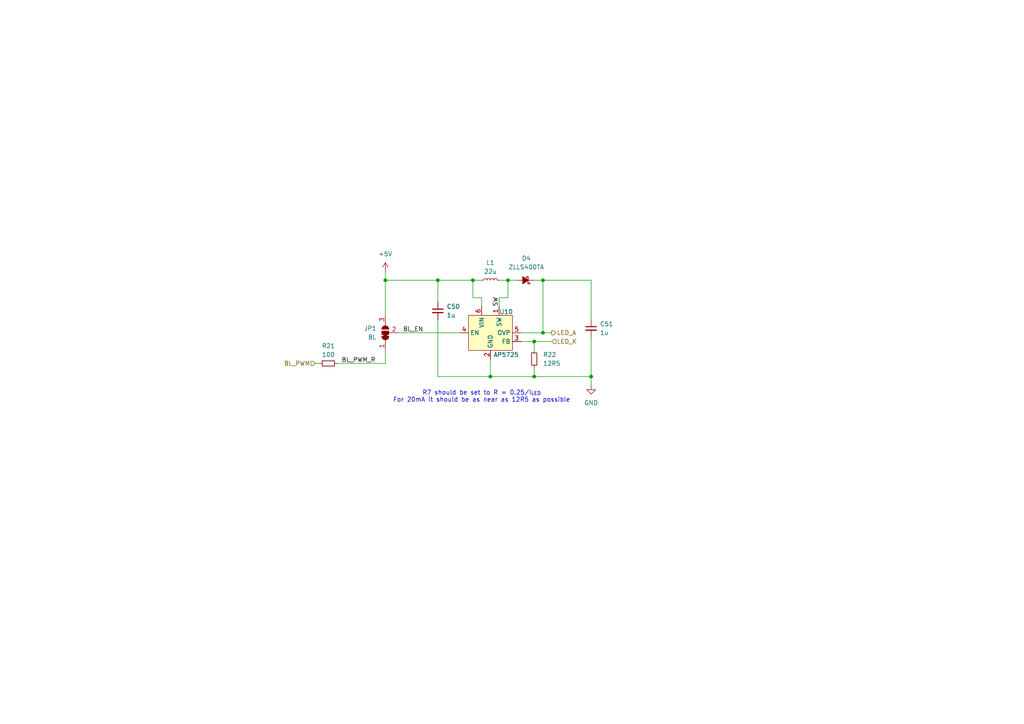
<source format=kicad_sch>
(kicad_sch
	(version 20231120)
	(generator "eeschema")
	(generator_version "8.0")
	(uuid "63e3a659-9768-4c77-aa23-9d87da9e7063")
	(paper "A4")
	(title_block
		(title "Backlight Driver")
		(date "2024-03-11")
		(rev "1")
		(company "https://github.com/Cuprum77")
	)
	(lib_symbols
		(symbol "AP5725:AP5725"
			(exclude_from_sim no)
			(in_bom yes)
			(on_board yes)
			(property "Reference" "U"
				(at 0 9.398 0)
				(effects
					(font
						(size 1.27 1.27)
					)
				)
			)
			(property "Value" "AP5725"
				(at 4.572 -6.604 0)
				(effects
					(font
						(size 1.27 1.27)
					)
				)
			)
			(property "Footprint" "Package_TO_SOT_SMD:SOT-23-6"
				(at -0.254 -13.97 0)
				(effects
					(font
						(size 1.27 1.27)
					)
				)
			)
			(property "Datasheet" ""
				(at 0 3.81 0)
				(effects
					(font
						(size 1.27 1.27)
					)
					(hide yes)
				)
			)
			(property "Description" ""
				(at 0 3.81 0)
				(effects
					(font
						(size 1.27 1.27)
					)
					(hide yes)
				)
			)
			(symbol "AP5725_1_1"
				(rectangle
					(start -6.35 5.08)
					(end 6.35 -5.08)
					(stroke
						(width 0)
						(type default)
					)
					(fill
						(type background)
					)
				)
				(pin input line
					(at 2.54 7.62 270)
					(length 2.54)
					(name "SW"
						(effects
							(font
								(size 1.27 1.27)
							)
						)
					)
					(number "1"
						(effects
							(font
								(size 1.27 1.27)
							)
						)
					)
				)
				(pin input line
					(at 0 -7.62 90)
					(length 2.54)
					(name "GND"
						(effects
							(font
								(size 1.27 1.27)
							)
						)
					)
					(number "2"
						(effects
							(font
								(size 1.27 1.27)
							)
						)
					)
				)
				(pin input line
					(at 8.89 -2.54 180)
					(length 2.54)
					(name "FB"
						(effects
							(font
								(size 1.27 1.27)
							)
						)
					)
					(number "3"
						(effects
							(font
								(size 1.27 1.27)
							)
						)
					)
				)
				(pin input line
					(at -8.89 0 0)
					(length 2.54)
					(name "EN"
						(effects
							(font
								(size 1.27 1.27)
							)
						)
					)
					(number "4"
						(effects
							(font
								(size 1.27 1.27)
							)
						)
					)
				)
				(pin input line
					(at 8.89 0 180)
					(length 2.54)
					(name "OVP"
						(effects
							(font
								(size 1.27 1.27)
							)
						)
					)
					(number "5"
						(effects
							(font
								(size 1.27 1.27)
							)
						)
					)
				)
				(pin input line
					(at -2.54 7.62 270)
					(length 2.54)
					(name "VIN"
						(effects
							(font
								(size 1.27 1.27)
							)
						)
					)
					(number "6"
						(effects
							(font
								(size 1.27 1.27)
							)
						)
					)
				)
			)
		)
		(symbol "Device:C_Small"
			(pin_numbers hide)
			(pin_names
				(offset 0.254) hide)
			(exclude_from_sim no)
			(in_bom yes)
			(on_board yes)
			(property "Reference" "C"
				(at 0.254 1.778 0)
				(effects
					(font
						(size 1.27 1.27)
					)
					(justify left)
				)
			)
			(property "Value" "C_Small"
				(at 0.254 -2.032 0)
				(effects
					(font
						(size 1.27 1.27)
					)
					(justify left)
				)
			)
			(property "Footprint" ""
				(at 0 0 0)
				(effects
					(font
						(size 1.27 1.27)
					)
					(hide yes)
				)
			)
			(property "Datasheet" "~"
				(at 0 0 0)
				(effects
					(font
						(size 1.27 1.27)
					)
					(hide yes)
				)
			)
			(property "Description" "Unpolarized capacitor, small symbol"
				(at 0 0 0)
				(effects
					(font
						(size 1.27 1.27)
					)
					(hide yes)
				)
			)
			(property "ki_keywords" "capacitor cap"
				(at 0 0 0)
				(effects
					(font
						(size 1.27 1.27)
					)
					(hide yes)
				)
			)
			(property "ki_fp_filters" "C_*"
				(at 0 0 0)
				(effects
					(font
						(size 1.27 1.27)
					)
					(hide yes)
				)
			)
			(symbol "C_Small_0_1"
				(polyline
					(pts
						(xy -1.524 -0.508) (xy 1.524 -0.508)
					)
					(stroke
						(width 0.3302)
						(type default)
					)
					(fill
						(type none)
					)
				)
				(polyline
					(pts
						(xy -1.524 0.508) (xy 1.524 0.508)
					)
					(stroke
						(width 0.3048)
						(type default)
					)
					(fill
						(type none)
					)
				)
			)
			(symbol "C_Small_1_1"
				(pin passive line
					(at 0 2.54 270)
					(length 2.032)
					(name "~"
						(effects
							(font
								(size 1.27 1.27)
							)
						)
					)
					(number "1"
						(effects
							(font
								(size 1.27 1.27)
							)
						)
					)
				)
				(pin passive line
					(at 0 -2.54 90)
					(length 2.032)
					(name "~"
						(effects
							(font
								(size 1.27 1.27)
							)
						)
					)
					(number "2"
						(effects
							(font
								(size 1.27 1.27)
							)
						)
					)
				)
			)
		)
		(symbol "Device:D_Schottky_Small_Filled"
			(pin_numbers hide)
			(pin_names
				(offset 0.254) hide)
			(exclude_from_sim no)
			(in_bom yes)
			(on_board yes)
			(property "Reference" "D"
				(at -1.27 2.032 0)
				(effects
					(font
						(size 1.27 1.27)
					)
					(justify left)
				)
			)
			(property "Value" "D_Schottky_Small_Filled"
				(at -7.112 -2.032 0)
				(effects
					(font
						(size 1.27 1.27)
					)
					(justify left)
				)
			)
			(property "Footprint" ""
				(at 0 0 90)
				(effects
					(font
						(size 1.27 1.27)
					)
					(hide yes)
				)
			)
			(property "Datasheet" "~"
				(at 0 0 90)
				(effects
					(font
						(size 1.27 1.27)
					)
					(hide yes)
				)
			)
			(property "Description" "Schottky diode, small symbol, filled shape"
				(at 0 0 0)
				(effects
					(font
						(size 1.27 1.27)
					)
					(hide yes)
				)
			)
			(property "ki_keywords" "diode Schottky"
				(at 0 0 0)
				(effects
					(font
						(size 1.27 1.27)
					)
					(hide yes)
				)
			)
			(property "ki_fp_filters" "TO-???* *_Diode_* *SingleDiode* D_*"
				(at 0 0 0)
				(effects
					(font
						(size 1.27 1.27)
					)
					(hide yes)
				)
			)
			(symbol "D_Schottky_Small_Filled_0_1"
				(polyline
					(pts
						(xy -0.762 0) (xy 0.762 0)
					)
					(stroke
						(width 0)
						(type default)
					)
					(fill
						(type none)
					)
				)
				(polyline
					(pts
						(xy 0.762 -1.016) (xy -0.762 0) (xy 0.762 1.016) (xy 0.762 -1.016)
					)
					(stroke
						(width 0.254)
						(type default)
					)
					(fill
						(type outline)
					)
				)
				(polyline
					(pts
						(xy -1.27 0.762) (xy -1.27 1.016) (xy -0.762 1.016) (xy -0.762 -1.016) (xy -0.254 -1.016) (xy -0.254 -0.762)
					)
					(stroke
						(width 0.254)
						(type default)
					)
					(fill
						(type none)
					)
				)
			)
			(symbol "D_Schottky_Small_Filled_1_1"
				(pin passive line
					(at -2.54 0 0)
					(length 1.778)
					(name "K"
						(effects
							(font
								(size 1.27 1.27)
							)
						)
					)
					(number "1"
						(effects
							(font
								(size 1.27 1.27)
							)
						)
					)
				)
				(pin passive line
					(at 2.54 0 180)
					(length 1.778)
					(name "A"
						(effects
							(font
								(size 1.27 1.27)
							)
						)
					)
					(number "2"
						(effects
							(font
								(size 1.27 1.27)
							)
						)
					)
				)
			)
		)
		(symbol "Device:L_Small"
			(pin_numbers hide)
			(pin_names
				(offset 0.254) hide)
			(exclude_from_sim no)
			(in_bom yes)
			(on_board yes)
			(property "Reference" "L"
				(at 0.762 1.016 0)
				(effects
					(font
						(size 1.27 1.27)
					)
					(justify left)
				)
			)
			(property "Value" "L_Small"
				(at 0.762 -1.016 0)
				(effects
					(font
						(size 1.27 1.27)
					)
					(justify left)
				)
			)
			(property "Footprint" ""
				(at 0 0 0)
				(effects
					(font
						(size 1.27 1.27)
					)
					(hide yes)
				)
			)
			(property "Datasheet" "~"
				(at 0 0 0)
				(effects
					(font
						(size 1.27 1.27)
					)
					(hide yes)
				)
			)
			(property "Description" "Inductor, small symbol"
				(at 0 0 0)
				(effects
					(font
						(size 1.27 1.27)
					)
					(hide yes)
				)
			)
			(property "ki_keywords" "inductor choke coil reactor magnetic"
				(at 0 0 0)
				(effects
					(font
						(size 1.27 1.27)
					)
					(hide yes)
				)
			)
			(property "ki_fp_filters" "Choke_* *Coil* Inductor_* L_*"
				(at 0 0 0)
				(effects
					(font
						(size 1.27 1.27)
					)
					(hide yes)
				)
			)
			(symbol "L_Small_0_1"
				(arc
					(start 0 -2.032)
					(mid 0.5058 -1.524)
					(end 0 -1.016)
					(stroke
						(width 0)
						(type default)
					)
					(fill
						(type none)
					)
				)
				(arc
					(start 0 -1.016)
					(mid 0.5058 -0.508)
					(end 0 0)
					(stroke
						(width 0)
						(type default)
					)
					(fill
						(type none)
					)
				)
				(arc
					(start 0 0)
					(mid 0.5058 0.508)
					(end 0 1.016)
					(stroke
						(width 0)
						(type default)
					)
					(fill
						(type none)
					)
				)
				(arc
					(start 0 1.016)
					(mid 0.5058 1.524)
					(end 0 2.032)
					(stroke
						(width 0)
						(type default)
					)
					(fill
						(type none)
					)
				)
			)
			(symbol "L_Small_1_1"
				(pin passive line
					(at 0 2.54 270)
					(length 0.508)
					(name "~"
						(effects
							(font
								(size 1.27 1.27)
							)
						)
					)
					(number "1"
						(effects
							(font
								(size 1.27 1.27)
							)
						)
					)
				)
				(pin passive line
					(at 0 -2.54 90)
					(length 0.508)
					(name "~"
						(effects
							(font
								(size 1.27 1.27)
							)
						)
					)
					(number "2"
						(effects
							(font
								(size 1.27 1.27)
							)
						)
					)
				)
			)
		)
		(symbol "Device:R_Small"
			(pin_numbers hide)
			(pin_names
				(offset 0.254) hide)
			(exclude_from_sim no)
			(in_bom yes)
			(on_board yes)
			(property "Reference" "R"
				(at 0.762 0.508 0)
				(effects
					(font
						(size 1.27 1.27)
					)
					(justify left)
				)
			)
			(property "Value" "R_Small"
				(at 0.762 -1.016 0)
				(effects
					(font
						(size 1.27 1.27)
					)
					(justify left)
				)
			)
			(property "Footprint" ""
				(at 0 0 0)
				(effects
					(font
						(size 1.27 1.27)
					)
					(hide yes)
				)
			)
			(property "Datasheet" "~"
				(at 0 0 0)
				(effects
					(font
						(size 1.27 1.27)
					)
					(hide yes)
				)
			)
			(property "Description" "Resistor, small symbol"
				(at 0 0 0)
				(effects
					(font
						(size 1.27 1.27)
					)
					(hide yes)
				)
			)
			(property "ki_keywords" "R resistor"
				(at 0 0 0)
				(effects
					(font
						(size 1.27 1.27)
					)
					(hide yes)
				)
			)
			(property "ki_fp_filters" "R_*"
				(at 0 0 0)
				(effects
					(font
						(size 1.27 1.27)
					)
					(hide yes)
				)
			)
			(symbol "R_Small_0_1"
				(rectangle
					(start -0.762 1.778)
					(end 0.762 -1.778)
					(stroke
						(width 0.2032)
						(type default)
					)
					(fill
						(type none)
					)
				)
			)
			(symbol "R_Small_1_1"
				(pin passive line
					(at 0 2.54 270)
					(length 0.762)
					(name "~"
						(effects
							(font
								(size 1.27 1.27)
							)
						)
					)
					(number "1"
						(effects
							(font
								(size 1.27 1.27)
							)
						)
					)
				)
				(pin passive line
					(at 0 -2.54 90)
					(length 0.762)
					(name "~"
						(effects
							(font
								(size 1.27 1.27)
							)
						)
					)
					(number "2"
						(effects
							(font
								(size 1.27 1.27)
							)
						)
					)
				)
			)
		)
		(symbol "Jumper:SolderJumper_3_Bridged12"
			(pin_names
				(offset 0) hide)
			(exclude_from_sim yes)
			(in_bom no)
			(on_board yes)
			(property "Reference" "JP"
				(at -2.54 -2.54 0)
				(effects
					(font
						(size 1.27 1.27)
					)
				)
			)
			(property "Value" "SolderJumper_3_Bridged12"
				(at 0 2.794 0)
				(effects
					(font
						(size 1.27 1.27)
					)
				)
			)
			(property "Footprint" ""
				(at 0 0 0)
				(effects
					(font
						(size 1.27 1.27)
					)
					(hide yes)
				)
			)
			(property "Datasheet" "~"
				(at 0 0 0)
				(effects
					(font
						(size 1.27 1.27)
					)
					(hide yes)
				)
			)
			(property "Description" "3-pole Solder Jumper, pins 1+2 closed/bridged"
				(at 0 0 0)
				(effects
					(font
						(size 1.27 1.27)
					)
					(hide yes)
				)
			)
			(property "ki_keywords" "Solder Jumper SPDT"
				(at 0 0 0)
				(effects
					(font
						(size 1.27 1.27)
					)
					(hide yes)
				)
			)
			(property "ki_fp_filters" "SolderJumper*Bridged12*"
				(at 0 0 0)
				(effects
					(font
						(size 1.27 1.27)
					)
					(hide yes)
				)
			)
			(symbol "SolderJumper_3_Bridged12_0_1"
				(rectangle
					(start -1.016 0.508)
					(end -0.508 -0.508)
					(stroke
						(width 0)
						(type default)
					)
					(fill
						(type outline)
					)
				)
				(arc
					(start -1.016 1.016)
					(mid -2.0276 0)
					(end -1.016 -1.016)
					(stroke
						(width 0)
						(type default)
					)
					(fill
						(type none)
					)
				)
				(arc
					(start -1.016 1.016)
					(mid -2.0276 0)
					(end -1.016 -1.016)
					(stroke
						(width 0)
						(type default)
					)
					(fill
						(type outline)
					)
				)
				(rectangle
					(start -0.508 1.016)
					(end 0.508 -1.016)
					(stroke
						(width 0)
						(type default)
					)
					(fill
						(type outline)
					)
				)
				(polyline
					(pts
						(xy -2.54 0) (xy -2.032 0)
					)
					(stroke
						(width 0)
						(type default)
					)
					(fill
						(type none)
					)
				)
				(polyline
					(pts
						(xy -1.016 1.016) (xy -1.016 -1.016)
					)
					(stroke
						(width 0)
						(type default)
					)
					(fill
						(type none)
					)
				)
				(polyline
					(pts
						(xy 0 -1.27) (xy 0 -1.016)
					)
					(stroke
						(width 0)
						(type default)
					)
					(fill
						(type none)
					)
				)
				(polyline
					(pts
						(xy 1.016 1.016) (xy 1.016 -1.016)
					)
					(stroke
						(width 0)
						(type default)
					)
					(fill
						(type none)
					)
				)
				(polyline
					(pts
						(xy 2.54 0) (xy 2.032 0)
					)
					(stroke
						(width 0)
						(type default)
					)
					(fill
						(type none)
					)
				)
				(arc
					(start 1.016 -1.016)
					(mid 2.0276 0)
					(end 1.016 1.016)
					(stroke
						(width 0)
						(type default)
					)
					(fill
						(type none)
					)
				)
				(arc
					(start 1.016 -1.016)
					(mid 2.0276 0)
					(end 1.016 1.016)
					(stroke
						(width 0)
						(type default)
					)
					(fill
						(type outline)
					)
				)
			)
			(symbol "SolderJumper_3_Bridged12_1_1"
				(pin passive line
					(at -5.08 0 0)
					(length 2.54)
					(name "A"
						(effects
							(font
								(size 1.27 1.27)
							)
						)
					)
					(number "1"
						(effects
							(font
								(size 1.27 1.27)
							)
						)
					)
				)
				(pin passive line
					(at 0 -3.81 90)
					(length 2.54)
					(name "C"
						(effects
							(font
								(size 1.27 1.27)
							)
						)
					)
					(number "2"
						(effects
							(font
								(size 1.27 1.27)
							)
						)
					)
				)
				(pin passive line
					(at 5.08 0 180)
					(length 2.54)
					(name "B"
						(effects
							(font
								(size 1.27 1.27)
							)
						)
					)
					(number "3"
						(effects
							(font
								(size 1.27 1.27)
							)
						)
					)
				)
			)
		)
		(symbol "PCM_4ms_Power-symbol:GND"
			(power)
			(pin_names
				(offset 0)
			)
			(exclude_from_sim no)
			(in_bom yes)
			(on_board yes)
			(property "Reference" "#PWR"
				(at 0 -6.35 0)
				(effects
					(font
						(size 1.27 1.27)
					)
					(hide yes)
				)
			)
			(property "Value" "GND"
				(at 0 -3.81 0)
				(effects
					(font
						(size 1.27 1.27)
					)
				)
			)
			(property "Footprint" ""
				(at 0 0 0)
				(effects
					(font
						(size 1.27 1.27)
					)
					(hide yes)
				)
			)
			(property "Datasheet" ""
				(at 0 0 0)
				(effects
					(font
						(size 1.27 1.27)
					)
					(hide yes)
				)
			)
			(property "Description" ""
				(at 0 0 0)
				(effects
					(font
						(size 1.27 1.27)
					)
					(hide yes)
				)
			)
			(symbol "GND_0_1"
				(polyline
					(pts
						(xy 0 0) (xy 0 -1.27) (xy 1.27 -1.27) (xy 0 -2.54) (xy -1.27 -1.27) (xy 0 -1.27)
					)
					(stroke
						(width 0)
						(type default)
					)
					(fill
						(type none)
					)
				)
			)
			(symbol "GND_1_1"
				(pin power_in line
					(at 0 0 270)
					(length 0) hide
					(name "GND"
						(effects
							(font
								(size 1.27 1.27)
							)
						)
					)
					(number "1"
						(effects
							(font
								(size 1.27 1.27)
							)
						)
					)
				)
			)
		)
		(symbol "power:+5V"
			(power)
			(pin_numbers hide)
			(pin_names
				(offset 0) hide)
			(exclude_from_sim no)
			(in_bom yes)
			(on_board yes)
			(property "Reference" "#PWR"
				(at 0 -3.81 0)
				(effects
					(font
						(size 1.27 1.27)
					)
					(hide yes)
				)
			)
			(property "Value" "+5V"
				(at 0 3.556 0)
				(effects
					(font
						(size 1.27 1.27)
					)
				)
			)
			(property "Footprint" ""
				(at 0 0 0)
				(effects
					(font
						(size 1.27 1.27)
					)
					(hide yes)
				)
			)
			(property "Datasheet" ""
				(at 0 0 0)
				(effects
					(font
						(size 1.27 1.27)
					)
					(hide yes)
				)
			)
			(property "Description" "Power symbol creates a global label with name \"+5V\""
				(at 0 0 0)
				(effects
					(font
						(size 1.27 1.27)
					)
					(hide yes)
				)
			)
			(property "ki_keywords" "global power"
				(at 0 0 0)
				(effects
					(font
						(size 1.27 1.27)
					)
					(hide yes)
				)
			)
			(symbol "+5V_0_1"
				(polyline
					(pts
						(xy -0.762 1.27) (xy 0 2.54)
					)
					(stroke
						(width 0)
						(type default)
					)
					(fill
						(type none)
					)
				)
				(polyline
					(pts
						(xy 0 0) (xy 0 2.54)
					)
					(stroke
						(width 0)
						(type default)
					)
					(fill
						(type none)
					)
				)
				(polyline
					(pts
						(xy 0 2.54) (xy 0.762 1.27)
					)
					(stroke
						(width 0)
						(type default)
					)
					(fill
						(type none)
					)
				)
			)
			(symbol "+5V_1_1"
				(pin power_in line
					(at 0 0 90)
					(length 0)
					(name "~"
						(effects
							(font
								(size 1.27 1.27)
							)
						)
					)
					(number "1"
						(effects
							(font
								(size 1.27 1.27)
							)
						)
					)
				)
			)
		)
	)
	(junction
		(at 127 81.28)
		(diameter 0)
		(color 0 0 0 0)
		(uuid "1513c9ae-922b-4d6f-8b97-11b62d0d4c0d")
	)
	(junction
		(at 157.48 81.28)
		(diameter 0)
		(color 0 0 0 0)
		(uuid "230d09a8-5c0a-4f60-a09f-ff7556adc2ab")
	)
	(junction
		(at 154.94 109.22)
		(diameter 0)
		(color 0 0 0 0)
		(uuid "5cf6068b-d528-41eb-adf3-dcefec4a5757")
	)
	(junction
		(at 171.45 109.22)
		(diameter 0)
		(color 0 0 0 0)
		(uuid "69859819-e2de-486e-8d26-6e82c36b2e6b")
	)
	(junction
		(at 157.48 96.52)
		(diameter 0)
		(color 0 0 0 0)
		(uuid "949534c2-5a04-4537-8086-35bc55d5e65e")
	)
	(junction
		(at 147.32 81.28)
		(diameter 0)
		(color 0 0 0 0)
		(uuid "b193d46e-d50c-4cb8-9681-dea5843fe23a")
	)
	(junction
		(at 154.94 99.06)
		(diameter 0)
		(color 0 0 0 0)
		(uuid "bd2e2e28-2e03-414f-907b-668cb4ca3582")
	)
	(junction
		(at 111.76 81.28)
		(diameter 0)
		(color 0 0 0 0)
		(uuid "d1d240a7-be4b-4a00-bf94-559adc51a059")
	)
	(junction
		(at 142.24 109.22)
		(diameter 0)
		(color 0 0 0 0)
		(uuid "dc939f5d-79a7-49ee-ab4d-c7ef86524887")
	)
	(junction
		(at 137.16 81.28)
		(diameter 0)
		(color 0 0 0 0)
		(uuid "e5c80ec2-2e0a-42fe-8d6f-616772acd164")
	)
	(wire
		(pts
			(xy 127 81.28) (xy 137.16 81.28)
		)
		(stroke
			(width 0)
			(type default)
		)
		(uuid "036b8537-42c6-4a31-9843-9230d6835b43")
	)
	(wire
		(pts
			(xy 144.78 81.28) (xy 147.32 81.28)
		)
		(stroke
			(width 0)
			(type default)
		)
		(uuid "0d3e56fe-7331-4dbe-bd79-89184f891965")
	)
	(wire
		(pts
			(xy 115.57 96.52) (xy 133.35 96.52)
		)
		(stroke
			(width 0)
			(type default)
		)
		(uuid "18c3b1ad-13ff-4b8c-ab76-c35fd3f432ce")
	)
	(wire
		(pts
			(xy 111.76 81.28) (xy 127 81.28)
		)
		(stroke
			(width 0)
			(type default)
		)
		(uuid "1e1854ef-e2fc-4ef8-ae6f-0f290a50d5f9")
	)
	(wire
		(pts
			(xy 147.32 81.28) (xy 149.86 81.28)
		)
		(stroke
			(width 0)
			(type default)
		)
		(uuid "214e961e-9e23-4518-969b-6416295bcc5a")
	)
	(wire
		(pts
			(xy 157.48 81.28) (xy 154.94 81.28)
		)
		(stroke
			(width 0)
			(type default)
		)
		(uuid "27ca9590-ef0e-4a30-9a6e-5fcb11b4b033")
	)
	(wire
		(pts
			(xy 142.24 109.22) (xy 154.94 109.22)
		)
		(stroke
			(width 0)
			(type default)
		)
		(uuid "2adfa350-a7d1-4146-bda2-954c0b74756e")
	)
	(wire
		(pts
			(xy 91.44 105.41) (xy 92.71 105.41)
		)
		(stroke
			(width 0)
			(type default)
		)
		(uuid "48938cca-de3b-41d1-b3d6-72ea45f25a5b")
	)
	(wire
		(pts
			(xy 137.16 86.36) (xy 137.16 81.28)
		)
		(stroke
			(width 0)
			(type default)
		)
		(uuid "5833e4a1-bbc6-4f38-8aaa-2ac4c47f99ef")
	)
	(wire
		(pts
			(xy 142.24 104.14) (xy 142.24 109.22)
		)
		(stroke
			(width 0)
			(type default)
		)
		(uuid "6228df9a-91e6-4abb-90b1-a35b699e2cd4")
	)
	(wire
		(pts
			(xy 111.76 105.41) (xy 111.76 101.6)
		)
		(stroke
			(width 0)
			(type default)
		)
		(uuid "63b3b064-11cb-4ec3-99de-9f49ceba5d74")
	)
	(wire
		(pts
			(xy 171.45 111.76) (xy 171.45 109.22)
		)
		(stroke
			(width 0)
			(type default)
		)
		(uuid "72c6ca9e-609d-40f6-9568-f81ef0dc09da")
	)
	(wire
		(pts
			(xy 111.76 78.74) (xy 111.76 81.28)
		)
		(stroke
			(width 0)
			(type default)
		)
		(uuid "7b31efd3-473f-49b4-b191-edbc52e6e3cd")
	)
	(wire
		(pts
			(xy 154.94 99.06) (xy 151.13 99.06)
		)
		(stroke
			(width 0)
			(type default)
		)
		(uuid "7f4bd00e-ce8e-4b47-bdd2-26d56cdbb269")
	)
	(wire
		(pts
			(xy 171.45 92.71) (xy 171.45 81.28)
		)
		(stroke
			(width 0)
			(type default)
		)
		(uuid "8f17dec1-8872-4545-abee-4bbe97e28fab")
	)
	(wire
		(pts
			(xy 127 92.71) (xy 127 109.22)
		)
		(stroke
			(width 0)
			(type default)
		)
		(uuid "931c9f47-7e18-4dfc-8a7a-e8cc641d1639")
	)
	(wire
		(pts
			(xy 139.7 88.9) (xy 139.7 86.36)
		)
		(stroke
			(width 0)
			(type default)
		)
		(uuid "93b22422-7d68-4d9d-882c-1abe65151690")
	)
	(wire
		(pts
			(xy 111.76 91.44) (xy 111.76 81.28)
		)
		(stroke
			(width 0)
			(type default)
		)
		(uuid "9873a2d8-26ae-4988-afb2-b9ce658f40cf")
	)
	(wire
		(pts
			(xy 157.48 96.52) (xy 160.02 96.52)
		)
		(stroke
			(width 0)
			(type default)
		)
		(uuid "9da82c2b-003e-473b-a4b6-6054975cdd55")
	)
	(wire
		(pts
			(xy 147.32 86.36) (xy 147.32 81.28)
		)
		(stroke
			(width 0)
			(type default)
		)
		(uuid "9e3c0f79-d480-4896-b9f8-a70396aa7775")
	)
	(wire
		(pts
			(xy 154.94 106.68) (xy 154.94 109.22)
		)
		(stroke
			(width 0)
			(type default)
		)
		(uuid "9f9002c9-34dd-4616-809b-4ce997ef3933")
	)
	(wire
		(pts
			(xy 157.48 81.28) (xy 171.45 81.28)
		)
		(stroke
			(width 0)
			(type default)
		)
		(uuid "a46bd288-6669-416c-88a7-5fc2b17adad4")
	)
	(wire
		(pts
			(xy 171.45 109.22) (xy 154.94 109.22)
		)
		(stroke
			(width 0)
			(type default)
		)
		(uuid "ab26a004-d006-4869-9882-dbdb6b715aa7")
	)
	(wire
		(pts
			(xy 171.45 97.79) (xy 171.45 109.22)
		)
		(stroke
			(width 0)
			(type default)
		)
		(uuid "aee0ae3c-3f9d-4e46-bf90-26420111beff")
	)
	(wire
		(pts
			(xy 144.78 88.9) (xy 144.78 86.36)
		)
		(stroke
			(width 0)
			(type default)
		)
		(uuid "b1187de0-4b72-434f-bc7f-f5ccfea1c0ed")
	)
	(wire
		(pts
			(xy 151.13 96.52) (xy 157.48 96.52)
		)
		(stroke
			(width 0)
			(type default)
		)
		(uuid "bb6f0e5f-885b-42ca-b829-3445ef661b9b")
	)
	(wire
		(pts
			(xy 127 109.22) (xy 142.24 109.22)
		)
		(stroke
			(width 0)
			(type default)
		)
		(uuid "c7e30b00-e0d0-4f15-adae-7f68be0b506d")
	)
	(wire
		(pts
			(xy 144.78 86.36) (xy 147.32 86.36)
		)
		(stroke
			(width 0)
			(type default)
		)
		(uuid "ca033150-f646-42cc-9e38-0ada4bcafcbb")
	)
	(wire
		(pts
			(xy 137.16 81.28) (xy 139.7 81.28)
		)
		(stroke
			(width 0)
			(type default)
		)
		(uuid "cdf0da74-2953-47a1-bc62-caa6e01ada0b")
	)
	(wire
		(pts
			(xy 157.48 96.52) (xy 157.48 81.28)
		)
		(stroke
			(width 0)
			(type default)
		)
		(uuid "d41dea23-e77e-40c8-8aab-cf9505c9c96b")
	)
	(wire
		(pts
			(xy 97.79 105.41) (xy 111.76 105.41)
		)
		(stroke
			(width 0)
			(type default)
		)
		(uuid "d8a080ae-fd26-41aa-b454-d6c2d7b0ac09")
	)
	(wire
		(pts
			(xy 139.7 86.36) (xy 137.16 86.36)
		)
		(stroke
			(width 0)
			(type default)
		)
		(uuid "e4e12c91-2804-479d-9252-55e70afdf123")
	)
	(wire
		(pts
			(xy 127 81.28) (xy 127 87.63)
		)
		(stroke
			(width 0)
			(type default)
		)
		(uuid "e943ba7b-d6fe-4e34-b79c-5782da77e52e")
	)
	(wire
		(pts
			(xy 154.94 101.6) (xy 154.94 99.06)
		)
		(stroke
			(width 0)
			(type default)
		)
		(uuid "ef60f91d-e7b5-4174-a149-11c9b99e5775")
	)
	(wire
		(pts
			(xy 154.94 99.06) (xy 160.02 99.06)
		)
		(stroke
			(width 0)
			(type default)
		)
		(uuid "f84d66c5-26bc-4030-83d5-baff91da6971")
	)
	(text "R7 should be set to R = 0.25/I_{LED}\nFor 20mA it should be as near as 12R5 as possible"
		(exclude_from_sim no)
		(at 139.7 115.062 0)
		(effects
			(font
				(size 1.27 1.27)
			)
		)
		(uuid "da9adb89-2de7-46f2-a29d-2c4dc69678a6")
	)
	(label "BL_EN"
		(at 116.84 96.52 0)
		(fields_autoplaced yes)
		(effects
			(font
				(size 1.27 1.27)
			)
			(justify left bottom)
		)
		(uuid "2de714b0-97ab-4931-a8fb-15c579bcd8da")
	)
	(label "SW"
		(at 144.78 88.9 90)
		(fields_autoplaced yes)
		(effects
			(font
				(size 1.27 1.27)
			)
			(justify left bottom)
		)
		(uuid "9f27dfbb-b268-4d7d-a1ce-d441ab45bff0")
	)
	(label "BL_PWM_R"
		(at 99.06 105.41 0)
		(fields_autoplaced yes)
		(effects
			(font
				(size 1.27 1.27)
			)
			(justify left bottom)
		)
		(uuid "d4d9963f-5c6b-43f9-b82c-4fee3b72235a")
	)
	(hierarchical_label "LED_A"
		(shape output)
		(at 160.02 96.52 0)
		(fields_autoplaced yes)
		(effects
			(font
				(size 1.27 1.27)
			)
			(justify left)
		)
		(uuid "1de03b49-c43a-454f-8a8e-d25acd5cabcd")
	)
	(hierarchical_label "BL_PWM"
		(shape input)
		(at 91.44 105.41 180)
		(fields_autoplaced yes)
		(effects
			(font
				(size 1.27 1.27)
			)
			(justify right)
		)
		(uuid "592216be-4fbb-42d6-81ba-e136aeec1ac3")
	)
	(hierarchical_label "LED_K"
		(shape input)
		(at 160.02 99.06 0)
		(fields_autoplaced yes)
		(effects
			(font
				(size 1.27 1.27)
			)
			(justify left)
		)
		(uuid "8e6f4fb9-14f4-47b9-a700-a4b1f54ce52c")
	)
	(symbol
		(lib_id "PCM_4ms_Power-symbol:GND")
		(at 336.55 210.82 0)
		(unit 1)
		(exclude_from_sim no)
		(in_bom yes)
		(on_board yes)
		(dnp no)
		(fields_autoplaced yes)
		(uuid "0ef9b3ce-ed87-4582-8300-ca089c21b7e0")
		(property "Reference" "#PWR057"
			(at 336.55 217.17 0)
			(effects
				(font
					(size 1.27 1.27)
				)
				(hide yes)
			)
		)
		(property "Value" "GND"
			(at 336.55 215.9 0)
			(effects
				(font
					(size 1.27 1.27)
				)
			)
		)
		(property "Footprint" ""
			(at 336.55 210.82 0)
			(effects
				(font
					(size 1.27 1.27)
				)
				(hide yes)
			)
		)
		(property "Datasheet" ""
			(at 336.55 210.82 0)
			(effects
				(font
					(size 1.27 1.27)
				)
				(hide yes)
			)
		)
		(property "Description" ""
			(at 336.55 210.82 0)
			(effects
				(font
					(size 1.27 1.27)
				)
				(hide yes)
			)
		)
		(pin "1"
			(uuid "0db518b2-9522-4670-8d89-6221f0992e92")
		)
		(instances
			(project "integrated"
				(path "/5cc60e42-d666-4a43-b4f0-3784ee4bf951/7e4f175d-d60a-4b23-9cf2-ca90d4a48e7e"
					(reference "#PWR057")
					(unit 1)
				)
			)
		)
	)
	(symbol
		(lib_id "Device:D_Schottky_Small_Filled")
		(at 152.4 81.28 180)
		(unit 1)
		(exclude_from_sim no)
		(in_bom yes)
		(on_board yes)
		(dnp no)
		(fields_autoplaced yes)
		(uuid "3834a761-a24f-4041-bd04-af565df8ef7a")
		(property "Reference" "D4"
			(at 152.654 74.93 0)
			(effects
				(font
					(size 1.27 1.27)
				)
			)
		)
		(property "Value" "ZLLS400TA"
			(at 152.654 77.47 0)
			(effects
				(font
					(size 1.27 1.27)
				)
			)
		)
		(property "Footprint" "Diode_SMD:D_SOD-323"
			(at 152.4 81.28 90)
			(effects
				(font
					(size 1.27 1.27)
				)
				(hide yes)
			)
		)
		(property "Datasheet" "~"
			(at 152.4 81.28 90)
			(effects
				(font
					(size 1.27 1.27)
				)
				(hide yes)
			)
		)
		(property "Description" "Schottky diode, small symbol, filled shape"
			(at 152.4 81.28 0)
			(effects
				(font
					(size 1.27 1.27)
				)
				(hide yes)
			)
		)
		(pin "2"
			(uuid "f7b45832-33a5-4ba5-a4ec-36fcef845e23")
		)
		(pin "1"
			(uuid "4c7c9251-285d-40b4-8cdc-cb5b9985ca04")
		)
		(instances
			(project "integrated"
				(path "/5cc60e42-d666-4a43-b4f0-3784ee4bf951/7e4f175d-d60a-4b23-9cf2-ca90d4a48e7e"
					(reference "D4")
					(unit 1)
				)
			)
		)
	)
	(symbol
		(lib_id "Device:C_Small")
		(at 127 90.17 0)
		(unit 1)
		(exclude_from_sim no)
		(in_bom yes)
		(on_board yes)
		(dnp no)
		(fields_autoplaced yes)
		(uuid "3993b97f-ce08-48a6-b4cd-24f2dfc04e8f")
		(property "Reference" "C50"
			(at 129.54 88.9062 0)
			(effects
				(font
					(size 1.27 1.27)
				)
				(justify left)
			)
		)
		(property "Value" "1u"
			(at 129.54 91.4462 0)
			(effects
				(font
					(size 1.27 1.27)
				)
				(justify left)
			)
		)
		(property "Footprint" "KiCAD Library:C_0402_1005Metric"
			(at 127 90.17 0)
			(effects
				(font
					(size 1.27 1.27)
				)
				(hide yes)
			)
		)
		(property "Datasheet" "~"
			(at 127 90.17 0)
			(effects
				(font
					(size 1.27 1.27)
				)
				(hide yes)
			)
		)
		(property "Description" "Unpolarized capacitor, small symbol"
			(at 127 90.17 0)
			(effects
				(font
					(size 1.27 1.27)
				)
				(hide yes)
			)
		)
		(pin "1"
			(uuid "da943392-e2fc-4fb0-a9ed-9bc816381936")
		)
		(pin "2"
			(uuid "3460bc96-0e53-44aa-9bcb-772556059984")
		)
		(instances
			(project "integrated"
				(path "/5cc60e42-d666-4a43-b4f0-3784ee4bf951/7e4f175d-d60a-4b23-9cf2-ca90d4a48e7e"
					(reference "C50")
					(unit 1)
				)
			)
		)
	)
	(symbol
		(lib_id "Device:R_Small")
		(at 154.94 104.14 0)
		(unit 1)
		(exclude_from_sim no)
		(in_bom yes)
		(on_board yes)
		(dnp no)
		(fields_autoplaced yes)
		(uuid "49c1166e-9255-4288-94c0-d7db4d2e56ef")
		(property "Reference" "R22"
			(at 157.48 102.8699 0)
			(effects
				(font
					(size 1.27 1.27)
				)
				(justify left)
			)
		)
		(property "Value" "12R5"
			(at 157.48 105.4099 0)
			(effects
				(font
					(size 1.27 1.27)
				)
				(justify left)
			)
		)
		(property "Footprint" "KiCAD Library:R_0603_1608Metric"
			(at 154.94 104.14 0)
			(effects
				(font
					(size 1.27 1.27)
				)
				(hide yes)
			)
		)
		(property "Datasheet" "~"
			(at 154.94 104.14 0)
			(effects
				(font
					(size 1.27 1.27)
				)
				(hide yes)
			)
		)
		(property "Description" "Resistor, small symbol"
			(at 154.94 104.14 0)
			(effects
				(font
					(size 1.27 1.27)
				)
				(hide yes)
			)
		)
		(pin "2"
			(uuid "2a3f5a02-c1a6-4eec-b86d-bd68493bf166")
		)
		(pin "1"
			(uuid "8852a50b-b549-461f-9f3c-b29e852e1a39")
		)
		(instances
			(project "integrated"
				(path "/5cc60e42-d666-4a43-b4f0-3784ee4bf951/7e4f175d-d60a-4b23-9cf2-ca90d4a48e7e"
					(reference "R22")
					(unit 1)
				)
			)
		)
	)
	(symbol
		(lib_id "Device:R_Small")
		(at 95.25 105.41 90)
		(unit 1)
		(exclude_from_sim no)
		(in_bom yes)
		(on_board yes)
		(dnp no)
		(fields_autoplaced yes)
		(uuid "514e77ed-91c3-44da-a13e-62a6a4314d3a")
		(property "Reference" "R21"
			(at 95.25 100.33 90)
			(effects
				(font
					(size 1.27 1.27)
				)
			)
		)
		(property "Value" "100"
			(at 95.25 102.87 90)
			(effects
				(font
					(size 1.27 1.27)
				)
			)
		)
		(property "Footprint" "KiCAD Library:R_0402_1005Metric"
			(at 95.25 105.41 0)
			(effects
				(font
					(size 1.27 1.27)
				)
				(hide yes)
			)
		)
		(property "Datasheet" "~"
			(at 95.25 105.41 0)
			(effects
				(font
					(size 1.27 1.27)
				)
				(hide yes)
			)
		)
		(property "Description" "Resistor, small symbol"
			(at 95.25 105.41 0)
			(effects
				(font
					(size 1.27 1.27)
				)
				(hide yes)
			)
		)
		(pin "2"
			(uuid "5ea3050b-28da-44b6-8239-0cfa94636d80")
		)
		(pin "1"
			(uuid "aaeb0df9-d110-48e1-af33-64966b7cfc20")
		)
		(instances
			(project "integrated"
				(path "/5cc60e42-d666-4a43-b4f0-3784ee4bf951/7e4f175d-d60a-4b23-9cf2-ca90d4a48e7e"
					(reference "R21")
					(unit 1)
				)
			)
		)
	)
	(symbol
		(lib_id "power:+5V")
		(at 111.76 78.74 0)
		(unit 1)
		(exclude_from_sim no)
		(in_bom yes)
		(on_board yes)
		(dnp no)
		(fields_autoplaced yes)
		(uuid "7d8c7aa9-a063-48a2-9693-64f9223ceb5e")
		(property "Reference" "#PWR055"
			(at 111.76 82.55 0)
			(effects
				(font
					(size 1.27 1.27)
				)
				(hide yes)
			)
		)
		(property "Value" "+5V"
			(at 111.76 73.66 0)
			(effects
				(font
					(size 1.27 1.27)
				)
			)
		)
		(property "Footprint" ""
			(at 111.76 78.74 0)
			(effects
				(font
					(size 1.27 1.27)
				)
				(hide yes)
			)
		)
		(property "Datasheet" ""
			(at 111.76 78.74 0)
			(effects
				(font
					(size 1.27 1.27)
				)
				(hide yes)
			)
		)
		(property "Description" "Power symbol creates a global label with name \"+5V\""
			(at 111.76 78.74 0)
			(effects
				(font
					(size 1.27 1.27)
				)
				(hide yes)
			)
		)
		(pin "1"
			(uuid "ba8e113b-f2c4-4d55-b59b-44f7274596af")
		)
		(instances
			(project "integrated"
				(path "/5cc60e42-d666-4a43-b4f0-3784ee4bf951/7e4f175d-d60a-4b23-9cf2-ca90d4a48e7e"
					(reference "#PWR055")
					(unit 1)
				)
			)
		)
	)
	(symbol
		(lib_id "PCM_4ms_Power-symbol:GND")
		(at 171.45 111.76 0)
		(unit 1)
		(exclude_from_sim no)
		(in_bom yes)
		(on_board yes)
		(dnp no)
		(fields_autoplaced yes)
		(uuid "a96b2ec7-742d-4f8b-8c04-2e8f1d98b138")
		(property "Reference" "#PWR056"
			(at 171.45 118.11 0)
			(effects
				(font
					(size 1.27 1.27)
				)
				(hide yes)
			)
		)
		(property "Value" "GND"
			(at 171.45 116.84 0)
			(effects
				(font
					(size 1.27 1.27)
				)
			)
		)
		(property "Footprint" ""
			(at 171.45 111.76 0)
			(effects
				(font
					(size 1.27 1.27)
				)
				(hide yes)
			)
		)
		(property "Datasheet" ""
			(at 171.45 111.76 0)
			(effects
				(font
					(size 1.27 1.27)
				)
				(hide yes)
			)
		)
		(property "Description" ""
			(at 171.45 111.76 0)
			(effects
				(font
					(size 1.27 1.27)
				)
				(hide yes)
			)
		)
		(pin "1"
			(uuid "9c48550e-83fb-40bf-9f47-284386af99d5")
		)
		(instances
			(project "integrated"
				(path "/5cc60e42-d666-4a43-b4f0-3784ee4bf951/7e4f175d-d60a-4b23-9cf2-ca90d4a48e7e"
					(reference "#PWR056")
					(unit 1)
				)
			)
		)
	)
	(symbol
		(lib_id "Device:L_Small")
		(at 142.24 81.28 90)
		(unit 1)
		(exclude_from_sim no)
		(in_bom yes)
		(on_board yes)
		(dnp no)
		(fields_autoplaced yes)
		(uuid "b1772271-1089-48bd-b9b0-c37f8f4b7d0d")
		(property "Reference" "L1"
			(at 142.24 76.2 90)
			(effects
				(font
					(size 1.27 1.27)
				)
			)
		)
		(property "Value" "22u"
			(at 142.24 78.74 90)
			(effects
				(font
					(size 1.27 1.27)
				)
			)
		)
		(property "Footprint" "KiCAD Library:XRNR4012"
			(at 142.24 81.28 0)
			(effects
				(font
					(size 1.27 1.27)
				)
				(hide yes)
			)
		)
		(property "Datasheet" "~"
			(at 142.24 81.28 0)
			(effects
				(font
					(size 1.27 1.27)
				)
				(hide yes)
			)
		)
		(property "Description" "Inductor, small symbol"
			(at 142.24 81.28 0)
			(effects
				(font
					(size 1.27 1.27)
				)
				(hide yes)
			)
		)
		(pin "2"
			(uuid "5b37815b-fa0a-494b-b577-35f3b9d8aeb7")
		)
		(pin "1"
			(uuid "e2d1e272-50eb-496c-a86b-3b7b3b97d020")
		)
		(instances
			(project "integrated"
				(path "/5cc60e42-d666-4a43-b4f0-3784ee4bf951/7e4f175d-d60a-4b23-9cf2-ca90d4a48e7e"
					(reference "L1")
					(unit 1)
				)
			)
		)
	)
	(symbol
		(lib_id "Device:C_Small")
		(at 171.45 95.25 0)
		(unit 1)
		(exclude_from_sim no)
		(in_bom yes)
		(on_board yes)
		(dnp no)
		(fields_autoplaced yes)
		(uuid "bc192a82-9458-44ed-8789-40f2360dc12c")
		(property "Reference" "C51"
			(at 173.99 93.9862 0)
			(effects
				(font
					(size 1.27 1.27)
				)
				(justify left)
			)
		)
		(property "Value" "1u"
			(at 173.99 96.5262 0)
			(effects
				(font
					(size 1.27 1.27)
				)
				(justify left)
			)
		)
		(property "Footprint" "KiCAD Library:C_0603_1608Metric"
			(at 171.45 95.25 0)
			(effects
				(font
					(size 1.27 1.27)
				)
				(hide yes)
			)
		)
		(property "Datasheet" "~"
			(at 171.45 95.25 0)
			(effects
				(font
					(size 1.27 1.27)
				)
				(hide yes)
			)
		)
		(property "Description" "Unpolarized capacitor, small symbol"
			(at 171.45 95.25 0)
			(effects
				(font
					(size 1.27 1.27)
				)
				(hide yes)
			)
		)
		(pin "1"
			(uuid "8699818a-2aa9-4ff1-b50b-847657f591d5")
		)
		(pin "2"
			(uuid "19d7eea9-1492-42d2-8ed4-08b404d94d72")
		)
		(instances
			(project "integrated"
				(path "/5cc60e42-d666-4a43-b4f0-3784ee4bf951/7e4f175d-d60a-4b23-9cf2-ca90d4a48e7e"
					(reference "C51")
					(unit 1)
				)
			)
		)
	)
	(symbol
		(lib_id "AP5725:AP5725")
		(at 142.24 96.52 0)
		(unit 1)
		(exclude_from_sim no)
		(in_bom yes)
		(on_board yes)
		(dnp no)
		(uuid "cc8680fd-e03b-4797-9aa2-6d10c1e0d9a8")
		(property "Reference" "U10"
			(at 146.812 90.424 0)
			(effects
				(font
					(size 1.27 1.27)
				)
			)
		)
		(property "Value" "AP5725"
			(at 146.812 102.87 0)
			(effects
				(font
					(size 1.27 1.27)
				)
			)
		)
		(property "Footprint" "Package_TO_SOT_SMD:SOT-23-6"
			(at 142.24 92.71 0)
			(effects
				(font
					(size 1.27 1.27)
				)
				(hide yes)
			)
		)
		(property "Datasheet" ""
			(at 142.24 92.71 0)
			(effects
				(font
					(size 1.27 1.27)
				)
				(hide yes)
			)
		)
		(property "Description" ""
			(at 142.24 92.71 0)
			(effects
				(font
					(size 1.27 1.27)
				)
				(hide yes)
			)
		)
		(pin "6"
			(uuid "eb6fd902-91f4-47fc-a5e5-402f7ce01d9a")
		)
		(pin "1"
			(uuid "9043d2f2-a5e4-4a3a-a260-41da6b51e4f9")
		)
		(pin "2"
			(uuid "77c06866-4e08-4519-9cf2-a05cb7915b4b")
		)
		(pin "4"
			(uuid "3e9fe808-0362-470c-9640-f5760834e7f2")
		)
		(pin "3"
			(uuid "1dbc8e65-1706-4c07-8fa0-e320c65be3e1")
		)
		(pin "5"
			(uuid "db2c8c0b-5f5f-4e68-ba01-5980f55df7fa")
		)
		(instances
			(project "integrated"
				(path "/5cc60e42-d666-4a43-b4f0-3784ee4bf951/7e4f175d-d60a-4b23-9cf2-ca90d4a48e7e"
					(reference "U10")
					(unit 1)
				)
			)
		)
	)
	(symbol
		(lib_id "Jumper:SolderJumper_3_Bridged12")
		(at 111.76 96.52 90)
		(unit 1)
		(exclude_from_sim yes)
		(in_bom no)
		(on_board yes)
		(dnp no)
		(fields_autoplaced yes)
		(uuid "f090a065-fe46-44a3-91d8-27899e5bf76c")
		(property "Reference" "JP1"
			(at 109.22 95.2499 90)
			(effects
				(font
					(size 1.27 1.27)
				)
				(justify left)
			)
		)
		(property "Value" "BL"
			(at 109.22 97.7899 90)
			(effects
				(font
					(size 1.27 1.27)
				)
				(justify left)
			)
		)
		(property "Footprint" "Jumper:SolderJumper-3_P1.3mm_Bridged12_RoundedPad1.0x1.5mm"
			(at 111.76 96.52 0)
			(effects
				(font
					(size 1.27 1.27)
				)
				(hide yes)
			)
		)
		(property "Datasheet" "~"
			(at 111.76 96.52 0)
			(effects
				(font
					(size 1.27 1.27)
				)
				(hide yes)
			)
		)
		(property "Description" "3-pole Solder Jumper, pins 1+2 closed/bridged"
			(at 111.76 96.52 0)
			(effects
				(font
					(size 1.27 1.27)
				)
				(hide yes)
			)
		)
		(pin "1"
			(uuid "37c4bbcc-aefd-4ed4-8b1b-5d060cf6c64e")
		)
		(pin "3"
			(uuid "a26f72b2-a5bc-406b-9e3f-d677598c5288")
		)
		(pin "2"
			(uuid "c3c25b5f-72f9-4a8d-b53e-50329158506c")
		)
		(instances
			(project "integrated"
				(path "/5cc60e42-d666-4a43-b4f0-3784ee4bf951/7e4f175d-d60a-4b23-9cf2-ca90d4a48e7e"
					(reference "JP1")
					(unit 1)
				)
			)
		)
	)
)

</source>
